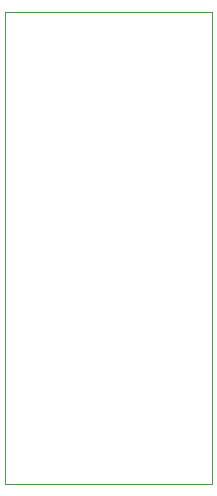
<source format=gbp>
G04 #@! TF.GenerationSoftware,KiCad,Pcbnew,(5.1.5-0-10_14)*
G04 #@! TF.CreationDate,2020-04-10T20:26:08+03:00*
G04 #@! TF.ProjectId,connector-breakout-a1,636f6e6e-6563-4746-9f72-2d627265616b,rev?*
G04 #@! TF.SameCoordinates,Original*
G04 #@! TF.FileFunction,Paste,Bot*
G04 #@! TF.FilePolarity,Positive*
%FSLAX46Y46*%
G04 Gerber Fmt 4.6, Leading zero omitted, Abs format (unit mm)*
G04 Created by KiCad (PCBNEW (5.1.5-0-10_14)) date 2020-04-10 20:26:08*
%MOMM*%
%LPD*%
G04 APERTURE LIST*
%ADD10C,0.010000*%
G04 APERTURE END LIST*
D10*
X100749999Y-110990000D02*
X83250001Y-110990000D01*
X83250001Y-110990000D02*
X83250000Y-70990000D01*
X100750001Y-70990000D02*
X100749999Y-110990000D01*
X83250000Y-70990000D02*
X100750000Y-70990000D01*
M02*

</source>
